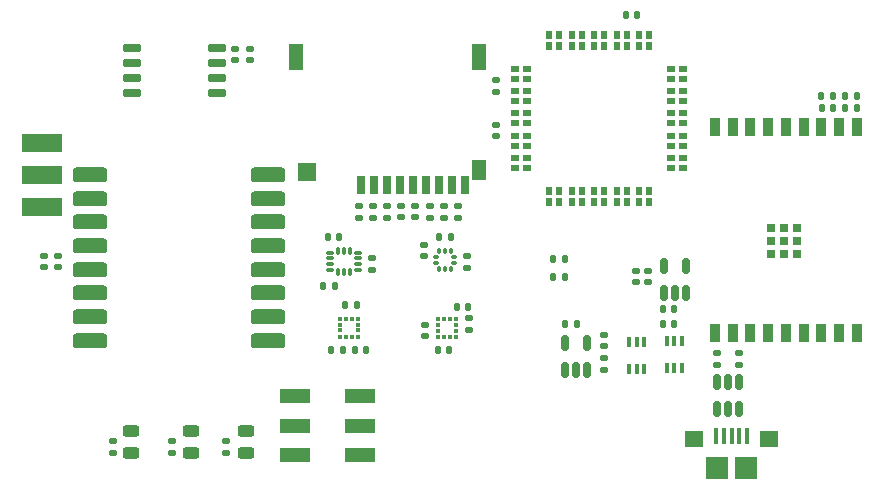
<source format=gbr>
%TF.GenerationSoftware,KiCad,Pcbnew,8.0.2*%
%TF.CreationDate,2024-05-15T15:04:27-04:00*%
%TF.ProjectId,stargazer,73746172-6761-47a6-9572-2e6b69636164,rev?*%
%TF.SameCoordinates,Original*%
%TF.FileFunction,Paste,Top*%
%TF.FilePolarity,Positive*%
%FSLAX46Y46*%
G04 Gerber Fmt 4.6, Leading zero omitted, Abs format (unit mm)*
G04 Created by KiCad (PCBNEW 8.0.2) date 2024-05-15 15:04:27*
%MOMM*%
%LPD*%
G01*
G04 APERTURE LIST*
G04 Aperture macros list*
%AMRoundRect*
0 Rectangle with rounded corners*
0 $1 Rounding radius*
0 $2 $3 $4 $5 $6 $7 $8 $9 X,Y pos of 4 corners*
0 Add a 4 corners polygon primitive as box body*
4,1,4,$2,$3,$4,$5,$6,$7,$8,$9,$2,$3,0*
0 Add four circle primitives for the rounded corners*
1,1,$1+$1,$2,$3*
1,1,$1+$1,$4,$5*
1,1,$1+$1,$6,$7*
1,1,$1+$1,$8,$9*
0 Add four rect primitives between the rounded corners*
20,1,$1+$1,$2,$3,$4,$5,0*
20,1,$1+$1,$4,$5,$6,$7,0*
20,1,$1+$1,$6,$7,$8,$9,0*
20,1,$1+$1,$8,$9,$2,$3,0*%
G04 Aperture macros list end*
%ADD10R,0.700000X0.700000*%
%ADD11R,0.900000X1.500000*%
%ADD12RoundRect,0.135000X-0.135000X-0.185000X0.135000X-0.185000X0.135000X0.185000X-0.135000X0.185000X0*%
%ADD13RoundRect,0.317500X1.157500X0.317500X-1.157500X0.317500X-1.157500X-0.317500X1.157500X-0.317500X0*%
%ADD14RoundRect,0.140000X0.170000X-0.140000X0.170000X0.140000X-0.170000X0.140000X-0.170000X-0.140000X0*%
%ADD15RoundRect,0.140000X-0.140000X-0.170000X0.140000X-0.170000X0.140000X0.170000X-0.140000X0.170000X0*%
%ADD16RoundRect,0.135000X-0.185000X0.135000X-0.185000X-0.135000X0.185000X-0.135000X0.185000X0.135000X0*%
%ADD17RoundRect,0.135000X0.185000X-0.135000X0.185000X0.135000X-0.185000X0.135000X-0.185000X-0.135000X0*%
%ADD18RoundRect,0.140000X-0.170000X0.140000X-0.170000X-0.140000X0.170000X-0.140000X0.170000X0.140000X0*%
%ADD19RoundRect,0.150000X0.150000X-0.512500X0.150000X0.512500X-0.150000X0.512500X-0.150000X-0.512500X0*%
%ADD20R,2.500000X1.200000*%
%ADD21RoundRect,0.243750X0.456250X-0.243750X0.456250X0.243750X-0.456250X0.243750X-0.456250X-0.243750X0*%
%ADD22R,0.350000X0.375000*%
%ADD23R,0.375000X0.350000*%
%ADD24RoundRect,0.150000X0.650000X0.150000X-0.650000X0.150000X-0.650000X-0.150000X0.650000X-0.150000X0*%
%ADD25RoundRect,0.140000X0.140000X0.170000X-0.140000X0.170000X-0.140000X-0.170000X0.140000X-0.170000X0*%
%ADD26RoundRect,0.087500X0.225000X0.087500X-0.225000X0.087500X-0.225000X-0.087500X0.225000X-0.087500X0*%
%ADD27RoundRect,0.087500X0.087500X0.225000X-0.087500X0.225000X-0.087500X-0.225000X0.087500X-0.225000X0*%
%ADD28R,0.711200X1.600200*%
%ADD29R,1.193800X2.209800*%
%ADD30R,1.193800X1.800000*%
%ADD31R,1.600200X1.498600*%
%ADD32R,0.355600X0.850900*%
%ADD33R,3.500000X1.500000*%
%ADD34R,0.720000X0.580000*%
%ADD35R,0.580000X0.720000*%
%ADD36RoundRect,0.135000X0.135000X0.185000X-0.135000X0.185000X-0.135000X-0.185000X0.135000X-0.185000X0*%
%ADD37RoundRect,0.087500X-0.125000X-0.087500X0.125000X-0.087500X0.125000X0.087500X-0.125000X0.087500X0*%
%ADD38RoundRect,0.087500X-0.087500X-0.125000X0.087500X-0.125000X0.087500X0.125000X-0.087500X0.125000X0*%
%ADD39R,0.400000X1.350000*%
%ADD40R,1.600000X1.400000*%
%ADD41R,1.900000X1.900000*%
G04 APERTURE END LIST*
D10*
%TO.C,U1*%
X175110000Y-93410000D03*
X174010000Y-93410000D03*
X172910000Y-93410000D03*
X175110000Y-94510000D03*
X174010000Y-94510000D03*
X172910000Y-94510000D03*
X175110000Y-95610000D03*
X174010000Y-95610000D03*
X172910000Y-95610000D03*
D11*
X180210000Y-84800000D03*
X178710000Y-84800000D03*
X177210000Y-84800000D03*
X175710000Y-84800000D03*
X174210000Y-84800000D03*
X172710000Y-84800000D03*
X171210000Y-84800000D03*
X169710000Y-84800000D03*
X168210000Y-84800000D03*
X168210000Y-102300000D03*
X169710000Y-102300000D03*
X171210000Y-102300000D03*
X172710000Y-102300000D03*
X174210000Y-102300000D03*
X175710000Y-102300000D03*
X177210000Y-102300000D03*
X178710000Y-102300000D03*
X180210000Y-102300000D03*
%TD*%
D12*
%TO.C,R6*%
X154490000Y-96000000D03*
X155510000Y-96000000D03*
%TD*%
D13*
%TO.C,U9*%
X130325000Y-102900000D03*
X130325000Y-100900000D03*
X130325000Y-98900000D03*
X130325000Y-96900000D03*
X130325000Y-94900000D03*
X130325000Y-92900000D03*
X130325000Y-90900000D03*
X130325000Y-88900000D03*
X115275000Y-88900000D03*
X115275000Y-90900000D03*
X115275000Y-92900000D03*
X115275000Y-94900000D03*
X115275000Y-96900000D03*
X115275000Y-98900000D03*
X115275000Y-100900000D03*
X115275000Y-102900000D03*
%TD*%
D14*
%TO.C,C16*%
X112610000Y-96680000D03*
X112610000Y-95720000D03*
%TD*%
D15*
%TO.C,C18*%
X144870000Y-94100000D03*
X145830000Y-94100000D03*
%TD*%
D16*
%TO.C,R19*%
X139162500Y-95940000D03*
X139162500Y-96960000D03*
%TD*%
%TO.C,R3*%
X170260000Y-103985500D03*
X170260000Y-105005500D03*
%TD*%
D15*
%TO.C,C22*%
X135720000Y-103700000D03*
X136680000Y-103700000D03*
%TD*%
D17*
%TO.C,R18*%
X147200000Y-96797500D03*
X147200000Y-95777500D03*
%TD*%
D18*
%TO.C,C9*%
X161500000Y-97020000D03*
X161500000Y-97980000D03*
%TD*%
D16*
%TO.C,R16*%
X138034700Y-91490000D03*
X138034700Y-92510000D03*
%TD*%
D19*
%TO.C,U3*%
X168360000Y-108725000D03*
X169310000Y-108725000D03*
X170260000Y-108725000D03*
X170260000Y-106450000D03*
X169310000Y-106450000D03*
X168360000Y-106450000D03*
%TD*%
D16*
%TO.C,R13*%
X144034700Y-91506800D03*
X144034700Y-92526800D03*
%TD*%
D15*
%TO.C,C23*%
X146322500Y-100050000D03*
X147282500Y-100050000D03*
%TD*%
D20*
%TO.C,SW1*%
X138160000Y-112600000D03*
X138160000Y-110100000D03*
X138160000Y-107600000D03*
X132660000Y-112600000D03*
X132660000Y-110100000D03*
X132660000Y-107600000D03*
%TD*%
D17*
%TO.C,R8*%
X117200000Y-112410000D03*
X117200000Y-111390000D03*
%TD*%
D21*
%TO.C,D4*%
X128460000Y-112437500D03*
X128460000Y-110562500D03*
%TD*%
D12*
%TO.C,R9*%
X136890000Y-99900000D03*
X137910000Y-99900000D03*
%TD*%
D22*
%TO.C,U11*%
X137950000Y-101037500D03*
X137450000Y-101037500D03*
X136950000Y-101037500D03*
X136450000Y-101037500D03*
D23*
X136437500Y-101550000D03*
X136437500Y-102050000D03*
D22*
X136450000Y-102562500D03*
X136950000Y-102562500D03*
X137450000Y-102562500D03*
X137950000Y-102562500D03*
D23*
X137962500Y-102050000D03*
X137962500Y-101550000D03*
%TD*%
D17*
%TO.C,R10*%
X126800000Y-112400000D03*
X126800000Y-111380000D03*
%TD*%
D15*
%TO.C,C26*%
X135432500Y-94100000D03*
X136392500Y-94100000D03*
%TD*%
D19*
%TO.C,U2*%
X155510000Y-105375000D03*
X156460000Y-105375000D03*
X157410000Y-105375000D03*
X157410000Y-103100000D03*
X155510000Y-103100000D03*
%TD*%
D16*
%TO.C,R15*%
X139234700Y-91490000D03*
X139234700Y-92510000D03*
%TD*%
D14*
%TO.C,C15*%
X111410000Y-96680000D03*
X111410000Y-95720000D03*
%TD*%
D24*
%TO.C,U7*%
X126010000Y-81970000D03*
X126010000Y-80700000D03*
X126010000Y-79430000D03*
X126010000Y-78160000D03*
X118810000Y-78160000D03*
X118810000Y-79430000D03*
X118810000Y-80700000D03*
X118810000Y-81970000D03*
%TD*%
D17*
%TO.C,R7*%
X122200000Y-112400000D03*
X122200000Y-111380000D03*
%TD*%
D18*
%TO.C,C3*%
X158810000Y-102420000D03*
X158810000Y-103380000D03*
%TD*%
D25*
%TO.C,C24*%
X135992500Y-98300000D03*
X135032500Y-98300000D03*
%TD*%
D14*
%TO.C,C14*%
X128810000Y-79160000D03*
X128810000Y-78200000D03*
%TD*%
D26*
%TO.C,U13*%
X137962500Y-96950000D03*
X137962500Y-96450000D03*
X137962500Y-95950000D03*
X137962500Y-95450000D03*
D27*
X137300000Y-95287500D03*
X136800000Y-95287500D03*
X136300000Y-95287500D03*
D26*
X135637500Y-95450000D03*
X135637500Y-95950000D03*
X135637500Y-96450000D03*
X135637500Y-96950000D03*
D27*
X136300000Y-97112500D03*
X136800000Y-97112500D03*
X137300000Y-97112500D03*
%TD*%
D25*
%TO.C,C5*%
X178190000Y-83200000D03*
X177230000Y-83200000D03*
%TD*%
D14*
%TO.C,C4*%
X158810000Y-105380000D03*
X158810000Y-104420000D03*
%TD*%
D18*
%TO.C,C11*%
X149660000Y-84620000D03*
X149660000Y-85580000D03*
%TD*%
%TO.C,C8*%
X162500000Y-97020000D03*
X162500000Y-97980000D03*
%TD*%
D25*
%TO.C,C20*%
X138680000Y-103700000D03*
X137720000Y-103700000D03*
%TD*%
D14*
%TO.C,C21*%
X143562500Y-95780000D03*
X143562500Y-94820000D03*
%TD*%
D28*
%TO.C,J6*%
X138234707Y-89696799D03*
X139334708Y-89696799D03*
X140434708Y-89696799D03*
X141534709Y-89696799D03*
X142634709Y-89696799D03*
X143734709Y-89696799D03*
X144834710Y-89696799D03*
X145934710Y-89696799D03*
X147034710Y-89696799D03*
D29*
X148234700Y-78868246D03*
D30*
X148231602Y-88495404D03*
D31*
X133634616Y-88646096D03*
D29*
X132734700Y-78868246D03*
%TD*%
D32*
%TO.C,U5*%
X160910001Y-105299950D03*
X161560000Y-105299950D03*
X162209999Y-105299950D03*
X162209999Y-103026650D03*
X161560000Y-103026650D03*
X160910001Y-103026650D03*
%TD*%
D12*
%TO.C,R1*%
X155500000Y-101500000D03*
X156520000Y-101500000D03*
%TD*%
D32*
%TO.C,U4*%
X164110001Y-105226650D03*
X164760000Y-105226650D03*
X165409999Y-105226650D03*
X165409999Y-102953350D03*
X164760000Y-102953350D03*
X164110001Y-102953350D03*
%TD*%
D18*
%TO.C,C17*%
X141634700Y-91520000D03*
X141634700Y-92480000D03*
%TD*%
D25*
%TO.C,C1*%
X180190000Y-82200000D03*
X179230000Y-82200000D03*
%TD*%
D33*
%TO.C,J5*%
X111200000Y-88900000D03*
X111200000Y-86200000D03*
X111200000Y-91600000D03*
%TD*%
D25*
%TO.C,C25*%
X145692500Y-103725000D03*
X144732500Y-103725000D03*
%TD*%
D19*
%TO.C,U6*%
X163860000Y-98837500D03*
X164810000Y-98837500D03*
X165760000Y-98837500D03*
X165760000Y-96562500D03*
X163860000Y-96562500D03*
%TD*%
D34*
%TO.C,U8*%
X151310000Y-79875000D03*
X151310000Y-80725000D03*
X151310000Y-81775000D03*
X151310000Y-82625000D03*
X151310000Y-83675000D03*
X151310000Y-84525000D03*
X151310000Y-85575000D03*
X151310000Y-86425000D03*
X151310000Y-87475000D03*
X151310000Y-88325000D03*
X152310000Y-79875000D03*
X152310000Y-80725000D03*
X152310000Y-81775000D03*
X152310000Y-82625000D03*
X152310000Y-83675000D03*
X152310000Y-84525000D03*
X152310000Y-85575000D03*
X152310000Y-86425000D03*
X152310000Y-87475000D03*
X152310000Y-88325000D03*
D35*
X154185000Y-77000000D03*
X154185000Y-78000000D03*
X154185000Y-90200000D03*
X154185000Y-91200000D03*
X155035000Y-77000000D03*
X155035000Y-78000000D03*
X155035000Y-90200000D03*
X155035000Y-91200000D03*
X156085000Y-77000000D03*
X156085000Y-78000000D03*
X156085000Y-90200000D03*
X156085000Y-91200000D03*
X156935000Y-77000000D03*
X156935000Y-78000000D03*
X156935000Y-90200000D03*
X156935000Y-91200000D03*
X157985000Y-77000000D03*
X157985000Y-78000000D03*
X157985000Y-90200000D03*
X157985000Y-91200000D03*
X158835000Y-77000000D03*
X158835000Y-78000000D03*
X158835000Y-90200000D03*
X158835000Y-91200000D03*
X159885000Y-77000000D03*
X159885000Y-78000000D03*
X159885000Y-90200000D03*
X159885000Y-91200000D03*
X160735000Y-77000000D03*
X160735000Y-78000000D03*
X160735000Y-90200000D03*
X160735000Y-91200000D03*
X161785000Y-77000000D03*
X161785000Y-78000000D03*
X161785000Y-90200000D03*
X161785000Y-91200000D03*
X162635000Y-77000000D03*
X162635000Y-78000000D03*
X162635000Y-90200000D03*
X162635000Y-91200000D03*
D34*
X164510000Y-79875000D03*
X164510000Y-80725000D03*
X164510000Y-81775000D03*
X164510000Y-82625000D03*
X164510000Y-83675000D03*
X164510000Y-84525000D03*
X164510000Y-85575000D03*
X164510000Y-86425000D03*
X164510000Y-87475000D03*
X164510000Y-88325000D03*
X165510000Y-79875000D03*
X165510000Y-80725000D03*
X165510000Y-81775000D03*
X165510000Y-82625000D03*
X165510000Y-83675000D03*
X165510000Y-84525000D03*
X165510000Y-85575000D03*
X165510000Y-86425000D03*
X165510000Y-87475000D03*
X165510000Y-88325000D03*
%TD*%
D21*
%TO.C,D2*%
X118800000Y-112427500D03*
X118800000Y-110552500D03*
%TD*%
D25*
%TO.C,C2*%
X180190000Y-83200000D03*
X179230000Y-83200000D03*
%TD*%
D16*
%TO.C,R14*%
X140434700Y-91490000D03*
X140434700Y-92510000D03*
%TD*%
%TO.C,R11*%
X146434700Y-91506800D03*
X146434700Y-92526800D03*
%TD*%
%TO.C,R12*%
X145234700Y-91506800D03*
X145234700Y-92526800D03*
%TD*%
D15*
%TO.C,C6*%
X163780000Y-100262500D03*
X164740000Y-100262500D03*
%TD*%
%TO.C,C7*%
X163780000Y-101462500D03*
X164740000Y-101462500D03*
%TD*%
D14*
%TO.C,C12*%
X127560000Y-79160000D03*
X127560000Y-78200000D03*
%TD*%
D15*
%TO.C,C13*%
X160680000Y-75350000D03*
X161640000Y-75350000D03*
%TD*%
D14*
%TO.C,C27*%
X143612500Y-102555000D03*
X143612500Y-101595000D03*
%TD*%
D16*
%TO.C,R4*%
X168360000Y-103985500D03*
X168360000Y-105005500D03*
%TD*%
D36*
%TO.C,R2*%
X178220000Y-82200000D03*
X177200000Y-82200000D03*
%TD*%
D23*
%TO.C,U12*%
X144787500Y-101087500D03*
X144787500Y-101587500D03*
X144787500Y-102087500D03*
X144787500Y-102587500D03*
D22*
X145300000Y-102600000D03*
X145800000Y-102600000D03*
D23*
X146312500Y-102587500D03*
X146312500Y-102087500D03*
X146312500Y-101587500D03*
X146312500Y-101087500D03*
D22*
X145800000Y-101075000D03*
X145300000Y-101075000D03*
%TD*%
D21*
%TO.C,D1*%
X123860000Y-112437500D03*
X123860000Y-110562500D03*
%TD*%
D16*
%TO.C,R17*%
X147412500Y-101015000D03*
X147412500Y-102035000D03*
%TD*%
D18*
%TO.C,C19*%
X142834700Y-91520000D03*
X142834700Y-92480000D03*
%TD*%
D37*
%TO.C,U10*%
X144600000Y-95800000D03*
X144600000Y-96300000D03*
D38*
X144862500Y-96812500D03*
X145362500Y-96812500D03*
X145862500Y-96812500D03*
D37*
X146125000Y-96300000D03*
X146125000Y-95800000D03*
D38*
X145862500Y-95287500D03*
X145362500Y-95287500D03*
X144862500Y-95287500D03*
%TD*%
D12*
%TO.C,R5*%
X154490000Y-97500000D03*
X155510000Y-97500000D03*
%TD*%
D39*
%TO.C,J2*%
X168310000Y-111025000D03*
X168960000Y-111025000D03*
X169610000Y-111025000D03*
X170260000Y-111025000D03*
X170910000Y-111025000D03*
D40*
X166410000Y-111250000D03*
D41*
X168410000Y-113700000D03*
X170810000Y-113700000D03*
D40*
X172810000Y-111250000D03*
%TD*%
D14*
%TO.C,C10*%
X149660000Y-81830000D03*
X149660000Y-80870000D03*
%TD*%
M02*

</source>
